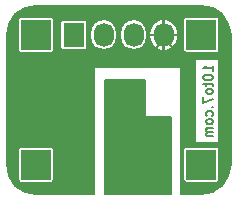
<source format=gbl>
%FSLAX34Y34*%
G04 Gerber Fmt 3.4, Leading zero omitted, Abs format*
G04 (created by PCBNEW (2014-03-19 BZR 4756)-product) date Tue 27 May 2014 12:44:42 BST*
%MOIN*%
G01*
G70*
G90*
G04 APERTURE LIST*
%ADD10C,0.005906*%
%ADD11C,0.007874*%
%ADD12R,0.068000X0.080000*%
%ADD13O,0.068000X0.080000*%
%ADD14R,0.098425X0.098425*%
%ADD15C,0.035000*%
%ADD16C,0.007087*%
G04 APERTURE END LIST*
G54D10*
G54D11*
X60221Y-41357D02*
X60221Y-41177D01*
X60221Y-41267D02*
X59906Y-41267D01*
X59951Y-41237D01*
X59981Y-41207D01*
X59996Y-41177D01*
X59906Y-41552D02*
X59906Y-41582D01*
X59921Y-41612D01*
X59936Y-41627D01*
X59966Y-41642D01*
X60026Y-41657D01*
X60101Y-41657D01*
X60161Y-41642D01*
X60191Y-41627D01*
X60206Y-41612D01*
X60221Y-41582D01*
X60221Y-41552D01*
X60206Y-41522D01*
X60191Y-41507D01*
X60161Y-41492D01*
X60101Y-41477D01*
X60026Y-41477D01*
X59966Y-41492D01*
X59936Y-41507D01*
X59921Y-41522D01*
X59906Y-41552D01*
X60011Y-41747D02*
X60011Y-41867D01*
X59906Y-41792D02*
X60176Y-41792D01*
X60206Y-41807D01*
X60221Y-41837D01*
X60221Y-41867D01*
X60221Y-42017D02*
X60206Y-41987D01*
X60191Y-41972D01*
X60161Y-41957D01*
X60071Y-41957D01*
X60041Y-41972D01*
X60026Y-41987D01*
X60011Y-42017D01*
X60011Y-42062D01*
X60026Y-42092D01*
X60041Y-42107D01*
X60071Y-42122D01*
X60161Y-42122D01*
X60191Y-42107D01*
X60206Y-42092D01*
X60221Y-42062D01*
X60221Y-42017D01*
X59906Y-42227D02*
X59906Y-42437D01*
X60221Y-42302D01*
X60191Y-42557D02*
X60206Y-42572D01*
X60221Y-42557D01*
X60206Y-42542D01*
X60191Y-42557D01*
X60221Y-42557D01*
X60206Y-42842D02*
X60221Y-42812D01*
X60221Y-42752D01*
X60206Y-42722D01*
X60191Y-42707D01*
X60161Y-42692D01*
X60071Y-42692D01*
X60041Y-42707D01*
X60026Y-42722D01*
X60011Y-42752D01*
X60011Y-42812D01*
X60026Y-42842D01*
X60221Y-43022D02*
X60206Y-42992D01*
X60191Y-42977D01*
X60161Y-42962D01*
X60071Y-42962D01*
X60041Y-42977D01*
X60026Y-42992D01*
X60011Y-43022D01*
X60011Y-43067D01*
X60026Y-43097D01*
X60041Y-43112D01*
X60071Y-43127D01*
X60161Y-43127D01*
X60191Y-43112D01*
X60206Y-43097D01*
X60221Y-43067D01*
X60221Y-43022D01*
X60221Y-43262D02*
X60011Y-43262D01*
X60041Y-43262D02*
X60026Y-43277D01*
X60011Y-43307D01*
X60011Y-43352D01*
X60026Y-43382D01*
X60056Y-43397D01*
X60221Y-43397D01*
X60056Y-43397D02*
X60026Y-43412D01*
X60011Y-43442D01*
X60011Y-43487D01*
X60026Y-43517D01*
X60056Y-43532D01*
X60221Y-43532D01*
G54D12*
X55586Y-40157D03*
G54D13*
X56586Y-40157D03*
X57586Y-40157D03*
X58586Y-40157D03*
G54D14*
X54330Y-44488D03*
X59842Y-44488D03*
X59842Y-40157D03*
X54330Y-40157D03*
G54D15*
X58267Y-45196D03*
X57086Y-45196D03*
X55314Y-41141D03*
X59350Y-41043D03*
X59350Y-42125D03*
X59350Y-43011D03*
X58759Y-41043D03*
X57972Y-41043D03*
X56988Y-41043D03*
X59370Y-45275D03*
X57007Y-42992D03*
X57716Y-41889D03*
X56102Y-42814D03*
X56102Y-43503D03*
X56102Y-44291D03*
X56102Y-45177D03*
G54D16*
X59350Y-43011D02*
X59350Y-43681D01*
X60551Y-43937D02*
X60551Y-45039D01*
X60393Y-43779D02*
X60551Y-43937D01*
X59448Y-43779D02*
X60393Y-43779D01*
X59350Y-43681D02*
X59448Y-43779D01*
X60551Y-45039D02*
X60393Y-45196D01*
X60393Y-45196D02*
X59448Y-45196D01*
X59448Y-45196D02*
X59370Y-45275D01*
X58586Y-40157D02*
X58586Y-40330D01*
X58267Y-45196D02*
X58169Y-45295D01*
X58169Y-45295D02*
X57086Y-45196D01*
X58586Y-40330D02*
X57775Y-41141D01*
X57775Y-41141D02*
X55314Y-41141D01*
X59350Y-42125D02*
X59350Y-43011D01*
X58586Y-40279D02*
X59350Y-41043D01*
X58586Y-40157D02*
X58586Y-40279D01*
X58759Y-41043D02*
X57972Y-41043D01*
X60551Y-45039D02*
X60393Y-45196D01*
X60393Y-45196D02*
X59448Y-45196D01*
X59448Y-45196D02*
X59370Y-45275D01*
X57007Y-42992D02*
X57716Y-42283D01*
X57716Y-42283D02*
X57716Y-41889D01*
X55314Y-41141D02*
X55314Y-42027D01*
X55314Y-42027D02*
X56102Y-42814D01*
X56102Y-43503D02*
X56102Y-44291D01*
G54D10*
G36*
X58822Y-45464D02*
X56629Y-45464D01*
X56629Y-41669D01*
X57960Y-41669D01*
X57960Y-42905D01*
X58822Y-42905D01*
X58822Y-45464D01*
X58822Y-45464D01*
G37*
G54D16*
X58822Y-45464D02*
X56629Y-45464D01*
X56629Y-41669D01*
X57960Y-41669D01*
X57960Y-42905D01*
X58822Y-42905D01*
X58822Y-45464D01*
G54D10*
G36*
X60818Y-44475D02*
X60742Y-44860D01*
X60531Y-45176D01*
X60444Y-45234D01*
X60444Y-43752D01*
X60444Y-40971D01*
X60440Y-40971D01*
X60440Y-40670D01*
X60440Y-40628D01*
X60440Y-39644D01*
X60424Y-39605D01*
X60394Y-39575D01*
X60355Y-39559D01*
X60313Y-39559D01*
X59329Y-39559D01*
X59290Y-39575D01*
X59260Y-39605D01*
X59244Y-39644D01*
X59244Y-39686D01*
X59244Y-40670D01*
X59260Y-40709D01*
X59290Y-40739D01*
X59329Y-40755D01*
X59371Y-40755D01*
X60355Y-40755D01*
X60394Y-40739D01*
X60424Y-40709D01*
X60440Y-40670D01*
X60440Y-40971D01*
X59633Y-40971D01*
X59633Y-43752D01*
X60444Y-43752D01*
X60444Y-45234D01*
X60440Y-45237D01*
X60440Y-45001D01*
X60440Y-44959D01*
X60440Y-43974D01*
X60424Y-43935D01*
X60394Y-43905D01*
X60355Y-43889D01*
X60313Y-43889D01*
X59329Y-43889D01*
X59290Y-43905D01*
X59260Y-43935D01*
X59244Y-43974D01*
X59244Y-44017D01*
X59244Y-45001D01*
X59260Y-45040D01*
X59290Y-45070D01*
X59329Y-45086D01*
X59371Y-45086D01*
X60355Y-45086D01*
X60394Y-45070D01*
X60424Y-45040D01*
X60440Y-45001D01*
X60440Y-45237D01*
X60215Y-45387D01*
X59830Y-45464D01*
X59169Y-45464D01*
X59169Y-41224D01*
X59060Y-41224D01*
X59060Y-40231D01*
X59060Y-40171D01*
X59060Y-40143D01*
X59060Y-40083D01*
X59019Y-39903D01*
X58911Y-39752D01*
X58755Y-39654D01*
X58674Y-39631D01*
X58600Y-39657D01*
X58600Y-40143D01*
X59060Y-40143D01*
X59060Y-40171D01*
X58600Y-40171D01*
X58600Y-40657D01*
X58674Y-40683D01*
X58755Y-40660D01*
X58911Y-40562D01*
X59019Y-40411D01*
X59060Y-40231D01*
X59060Y-41224D01*
X58572Y-41224D01*
X58572Y-40657D01*
X58572Y-40171D01*
X58572Y-40143D01*
X58572Y-39657D01*
X58498Y-39631D01*
X58418Y-39654D01*
X58261Y-39752D01*
X58154Y-39903D01*
X58112Y-40083D01*
X58112Y-40143D01*
X58572Y-40143D01*
X58572Y-40171D01*
X58112Y-40171D01*
X58112Y-40231D01*
X58154Y-40411D01*
X58261Y-40562D01*
X58418Y-40660D01*
X58498Y-40683D01*
X58572Y-40657D01*
X58572Y-41224D01*
X58032Y-41224D01*
X58032Y-40227D01*
X58032Y-40087D01*
X57998Y-39916D01*
X57902Y-39771D01*
X57757Y-39675D01*
X57586Y-39641D01*
X57415Y-39675D01*
X57271Y-39771D01*
X57174Y-39916D01*
X57140Y-40087D01*
X57140Y-40227D01*
X57174Y-40398D01*
X57271Y-40542D01*
X57415Y-40639D01*
X57586Y-40673D01*
X57757Y-40639D01*
X57902Y-40542D01*
X57998Y-40398D01*
X58032Y-40227D01*
X58032Y-41224D01*
X57032Y-41224D01*
X57032Y-40227D01*
X57032Y-40087D01*
X56998Y-39916D01*
X56902Y-39771D01*
X56757Y-39675D01*
X56586Y-39641D01*
X56415Y-39675D01*
X56271Y-39771D01*
X56174Y-39916D01*
X56140Y-40087D01*
X56140Y-40227D01*
X56174Y-40398D01*
X56271Y-40542D01*
X56415Y-40639D01*
X56586Y-40673D01*
X56757Y-40639D01*
X56902Y-40542D01*
X56998Y-40398D01*
X57032Y-40227D01*
X57032Y-41224D01*
X56263Y-41224D01*
X56263Y-45464D01*
X56032Y-45464D01*
X56032Y-40578D01*
X56032Y-40536D01*
X56032Y-39736D01*
X56016Y-39697D01*
X55986Y-39667D01*
X55947Y-39651D01*
X55905Y-39651D01*
X55225Y-39651D01*
X55186Y-39667D01*
X55156Y-39697D01*
X55140Y-39736D01*
X55140Y-39778D01*
X55140Y-40578D01*
X55156Y-40617D01*
X55186Y-40647D01*
X55225Y-40663D01*
X55267Y-40663D01*
X55947Y-40663D01*
X55986Y-40647D01*
X56016Y-40617D01*
X56032Y-40578D01*
X56032Y-45464D01*
X54929Y-45464D01*
X54929Y-45001D01*
X54929Y-44959D01*
X54929Y-43974D01*
X54929Y-40670D01*
X54929Y-40628D01*
X54929Y-39644D01*
X54912Y-39605D01*
X54883Y-39575D01*
X54843Y-39559D01*
X54801Y-39559D01*
X53817Y-39559D01*
X53778Y-39575D01*
X53748Y-39605D01*
X53732Y-39644D01*
X53732Y-39686D01*
X53732Y-40670D01*
X53748Y-40709D01*
X53778Y-40739D01*
X53817Y-40755D01*
X53859Y-40755D01*
X54843Y-40755D01*
X54883Y-40739D01*
X54912Y-40709D01*
X54929Y-40670D01*
X54929Y-43974D01*
X54912Y-43935D01*
X54883Y-43905D01*
X54843Y-43889D01*
X54801Y-43889D01*
X53817Y-43889D01*
X53778Y-43905D01*
X53748Y-43935D01*
X53732Y-43974D01*
X53732Y-44017D01*
X53732Y-45001D01*
X53748Y-45040D01*
X53778Y-45070D01*
X53817Y-45086D01*
X53859Y-45086D01*
X54843Y-45086D01*
X54883Y-45070D01*
X54912Y-45040D01*
X54929Y-45001D01*
X54929Y-45464D01*
X54343Y-45464D01*
X53958Y-45387D01*
X53642Y-45176D01*
X53430Y-44860D01*
X53354Y-44475D01*
X53354Y-40169D01*
X53430Y-39784D01*
X53642Y-39468D01*
X53958Y-39257D01*
X54343Y-39181D01*
X59830Y-39181D01*
X60215Y-39257D01*
X60531Y-39468D01*
X60742Y-39784D01*
X60818Y-40169D01*
X60818Y-44475D01*
X60818Y-44475D01*
G37*
G54D16*
X60818Y-44475D02*
X60742Y-44860D01*
X60531Y-45176D01*
X60444Y-45234D01*
X60444Y-43752D01*
X60444Y-40971D01*
X60440Y-40971D01*
X60440Y-40670D01*
X60440Y-40628D01*
X60440Y-39644D01*
X60424Y-39605D01*
X60394Y-39575D01*
X60355Y-39559D01*
X60313Y-39559D01*
X59329Y-39559D01*
X59290Y-39575D01*
X59260Y-39605D01*
X59244Y-39644D01*
X59244Y-39686D01*
X59244Y-40670D01*
X59260Y-40709D01*
X59290Y-40739D01*
X59329Y-40755D01*
X59371Y-40755D01*
X60355Y-40755D01*
X60394Y-40739D01*
X60424Y-40709D01*
X60440Y-40670D01*
X60440Y-40971D01*
X59633Y-40971D01*
X59633Y-43752D01*
X60444Y-43752D01*
X60444Y-45234D01*
X60440Y-45237D01*
X60440Y-45001D01*
X60440Y-44959D01*
X60440Y-43974D01*
X60424Y-43935D01*
X60394Y-43905D01*
X60355Y-43889D01*
X60313Y-43889D01*
X59329Y-43889D01*
X59290Y-43905D01*
X59260Y-43935D01*
X59244Y-43974D01*
X59244Y-44017D01*
X59244Y-45001D01*
X59260Y-45040D01*
X59290Y-45070D01*
X59329Y-45086D01*
X59371Y-45086D01*
X60355Y-45086D01*
X60394Y-45070D01*
X60424Y-45040D01*
X60440Y-45001D01*
X60440Y-45237D01*
X60215Y-45387D01*
X59830Y-45464D01*
X59169Y-45464D01*
X59169Y-41224D01*
X59060Y-41224D01*
X59060Y-40231D01*
X59060Y-40171D01*
X59060Y-40143D01*
X59060Y-40083D01*
X59019Y-39903D01*
X58911Y-39752D01*
X58755Y-39654D01*
X58674Y-39631D01*
X58600Y-39657D01*
X58600Y-40143D01*
X59060Y-40143D01*
X59060Y-40171D01*
X58600Y-40171D01*
X58600Y-40657D01*
X58674Y-40683D01*
X58755Y-40660D01*
X58911Y-40562D01*
X59019Y-40411D01*
X59060Y-40231D01*
X59060Y-41224D01*
X58572Y-41224D01*
X58572Y-40657D01*
X58572Y-40171D01*
X58572Y-40143D01*
X58572Y-39657D01*
X58498Y-39631D01*
X58418Y-39654D01*
X58261Y-39752D01*
X58154Y-39903D01*
X58112Y-40083D01*
X58112Y-40143D01*
X58572Y-40143D01*
X58572Y-40171D01*
X58112Y-40171D01*
X58112Y-40231D01*
X58154Y-40411D01*
X58261Y-40562D01*
X58418Y-40660D01*
X58498Y-40683D01*
X58572Y-40657D01*
X58572Y-41224D01*
X58032Y-41224D01*
X58032Y-40227D01*
X58032Y-40087D01*
X57998Y-39916D01*
X57902Y-39771D01*
X57757Y-39675D01*
X57586Y-39641D01*
X57415Y-39675D01*
X57271Y-39771D01*
X57174Y-39916D01*
X57140Y-40087D01*
X57140Y-40227D01*
X57174Y-40398D01*
X57271Y-40542D01*
X57415Y-40639D01*
X57586Y-40673D01*
X57757Y-40639D01*
X57902Y-40542D01*
X57998Y-40398D01*
X58032Y-40227D01*
X58032Y-41224D01*
X57032Y-41224D01*
X57032Y-40227D01*
X57032Y-40087D01*
X56998Y-39916D01*
X56902Y-39771D01*
X56757Y-39675D01*
X56586Y-39641D01*
X56415Y-39675D01*
X56271Y-39771D01*
X56174Y-39916D01*
X56140Y-40087D01*
X56140Y-40227D01*
X56174Y-40398D01*
X56271Y-40542D01*
X56415Y-40639D01*
X56586Y-40673D01*
X56757Y-40639D01*
X56902Y-40542D01*
X56998Y-40398D01*
X57032Y-40227D01*
X57032Y-41224D01*
X56263Y-41224D01*
X56263Y-45464D01*
X56032Y-45464D01*
X56032Y-40578D01*
X56032Y-40536D01*
X56032Y-39736D01*
X56016Y-39697D01*
X55986Y-39667D01*
X55947Y-39651D01*
X55905Y-39651D01*
X55225Y-39651D01*
X55186Y-39667D01*
X55156Y-39697D01*
X55140Y-39736D01*
X55140Y-39778D01*
X55140Y-40578D01*
X55156Y-40617D01*
X55186Y-40647D01*
X55225Y-40663D01*
X55267Y-40663D01*
X55947Y-40663D01*
X55986Y-40647D01*
X56016Y-40617D01*
X56032Y-40578D01*
X56032Y-45464D01*
X54929Y-45464D01*
X54929Y-45001D01*
X54929Y-44959D01*
X54929Y-43974D01*
X54929Y-40670D01*
X54929Y-40628D01*
X54929Y-39644D01*
X54912Y-39605D01*
X54883Y-39575D01*
X54843Y-39559D01*
X54801Y-39559D01*
X53817Y-39559D01*
X53778Y-39575D01*
X53748Y-39605D01*
X53732Y-39644D01*
X53732Y-39686D01*
X53732Y-40670D01*
X53748Y-40709D01*
X53778Y-40739D01*
X53817Y-40755D01*
X53859Y-40755D01*
X54843Y-40755D01*
X54883Y-40739D01*
X54912Y-40709D01*
X54929Y-40670D01*
X54929Y-43974D01*
X54912Y-43935D01*
X54883Y-43905D01*
X54843Y-43889D01*
X54801Y-43889D01*
X53817Y-43889D01*
X53778Y-43905D01*
X53748Y-43935D01*
X53732Y-43974D01*
X53732Y-44017D01*
X53732Y-45001D01*
X53748Y-45040D01*
X53778Y-45070D01*
X53817Y-45086D01*
X53859Y-45086D01*
X54843Y-45086D01*
X54883Y-45070D01*
X54912Y-45040D01*
X54929Y-45001D01*
X54929Y-45464D01*
X54343Y-45464D01*
X53958Y-45387D01*
X53642Y-45176D01*
X53430Y-44860D01*
X53354Y-44475D01*
X53354Y-40169D01*
X53430Y-39784D01*
X53642Y-39468D01*
X53958Y-39257D01*
X54343Y-39181D01*
X59830Y-39181D01*
X60215Y-39257D01*
X60531Y-39468D01*
X60742Y-39784D01*
X60818Y-40169D01*
X60818Y-44475D01*
M02*

</source>
